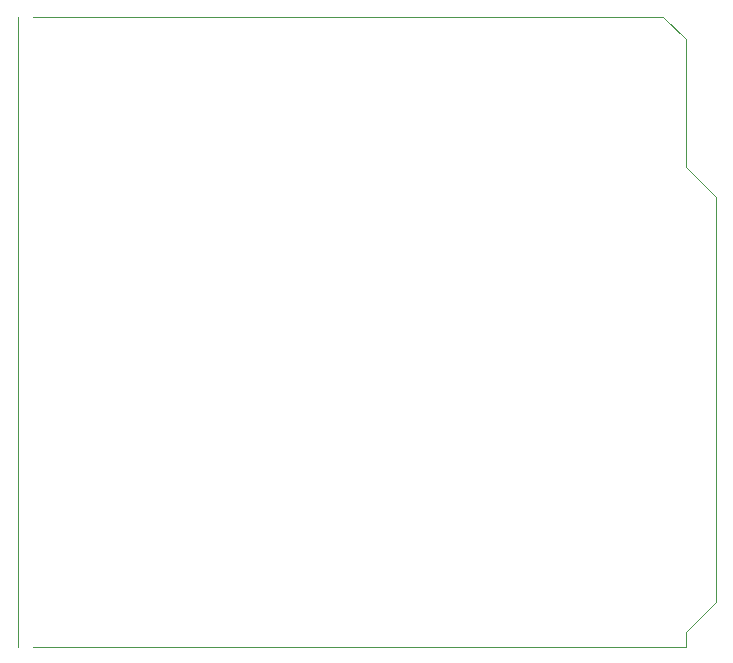
<source format=gbr>
%TF.GenerationSoftware,KiCad,Pcbnew,7.0.9*%
%TF.CreationDate,2023-12-06T14:48:21+01:00*%
%TF.ProjectId,Gas_Sensor,4761735f-5365-46e7-936f-722e6b696361,rev?*%
%TF.SameCoordinates,Original*%
%TF.FileFunction,Profile,NP*%
%FSLAX46Y46*%
G04 Gerber Fmt 4.6, Leading zero omitted, Abs format (unit mm)*
G04 Created by KiCad (PCBNEW 7.0.9) date 2023-12-06 14:48:21*
%MOMM*%
%LPD*%
G01*
G04 APERTURE LIST*
%TA.AperFunction,Profile*%
%ADD10C,0.100000*%
%TD*%
G04 APERTURE END LIST*
D10*
X92710000Y-16510000D02*
X94615000Y-18415000D01*
X94615000Y-69850000D02*
X39370000Y-69850000D01*
X94615000Y-18415000D02*
X94615000Y-29210000D01*
X38100000Y-16510000D02*
X38100000Y-69850000D01*
X94615000Y-68580000D02*
X94615000Y-69850000D01*
X97155000Y-31750000D02*
X97155000Y-66040000D01*
X94615000Y-29210000D02*
X97155000Y-31750000D01*
X97155000Y-66040000D02*
X94615000Y-68580000D01*
X39370000Y-16510000D02*
X92710000Y-16510000D01*
M02*

</source>
